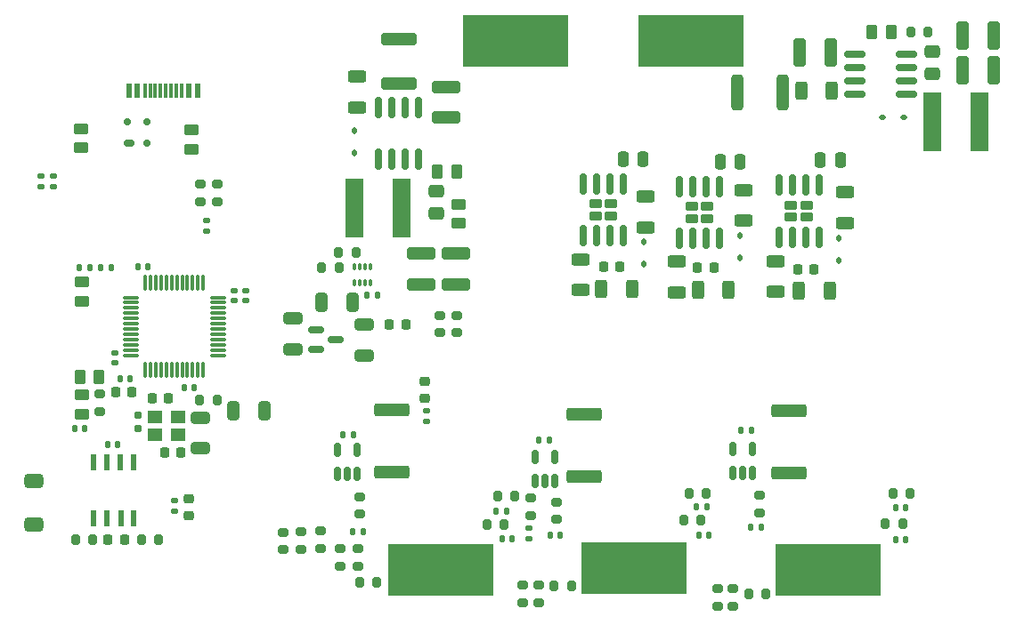
<source format=gtp>
G04 #@! TF.GenerationSoftware,KiCad,Pcbnew,8.0.4-8.0.4-0~ubuntu22.04.1*
G04 #@! TF.CreationDate,2024-08-24T23:14:06+02:00*
G04 #@! TF.ProjectId,bldc_project,626c6463-5f70-4726-9f6a-6563742e6b69,rev?*
G04 #@! TF.SameCoordinates,Original*
G04 #@! TF.FileFunction,Paste,Top*
G04 #@! TF.FilePolarity,Positive*
%FSLAX46Y46*%
G04 Gerber Fmt 4.6, Leading zero omitted, Abs format (unit mm)*
G04 Created by KiCad (PCBNEW 8.0.4-8.0.4-0~ubuntu22.04.1) date 2024-08-24 23:14:06*
%MOMM*%
%LPD*%
G01*
G04 APERTURE LIST*
G04 Aperture macros list*
%AMRoundRect*
0 Rectangle with rounded corners*
0 $1 Rounding radius*
0 $2 $3 $4 $5 $6 $7 $8 $9 X,Y pos of 4 corners*
0 Add a 4 corners polygon primitive as box body*
4,1,4,$2,$3,$4,$5,$6,$7,$8,$9,$2,$3,0*
0 Add four circle primitives for the rounded corners*
1,1,$1+$1,$2,$3*
1,1,$1+$1,$4,$5*
1,1,$1+$1,$6,$7*
1,1,$1+$1,$8,$9*
0 Add four rect primitives between the rounded corners*
20,1,$1+$1,$2,$3,$4,$5,0*
20,1,$1+$1,$4,$5,$6,$7,0*
20,1,$1+$1,$6,$7,$8,$9,0*
20,1,$1+$1,$8,$9,$2,$3,0*%
G04 Aperture macros list end*
%ADD10RoundRect,0.225000X0.225000X0.250000X-0.225000X0.250000X-0.225000X-0.250000X0.225000X-0.250000X0*%
%ADD11RoundRect,0.200000X0.275000X-0.200000X0.275000X0.200000X-0.275000X0.200000X-0.275000X-0.200000X0*%
%ADD12RoundRect,0.140000X0.140000X0.170000X-0.140000X0.170000X-0.140000X-0.170000X0.140000X-0.170000X0*%
%ADD13RoundRect,0.112500X0.187500X0.112500X-0.187500X0.112500X-0.187500X-0.112500X0.187500X-0.112500X0*%
%ADD14R,0.600000X1.550000*%
%ADD15RoundRect,0.250000X1.425000X-0.362500X1.425000X0.362500X-1.425000X0.362500X-1.425000X-0.362500X0*%
%ADD16RoundRect,0.250000X-0.312500X-0.625000X0.312500X-0.625000X0.312500X0.625000X-0.312500X0.625000X0*%
%ADD17RoundRect,0.250000X-0.650000X0.325000X-0.650000X-0.325000X0.650000X-0.325000X0.650000X0.325000X0*%
%ADD18RoundRect,0.135000X-0.185000X0.135000X-0.185000X-0.135000X0.185000X-0.135000X0.185000X0.135000X0*%
%ADD19RoundRect,0.150000X0.150000X-0.512500X0.150000X0.512500X-0.150000X0.512500X-0.150000X-0.512500X0*%
%ADD20R,10.000000X5.000000*%
%ADD21RoundRect,0.250000X0.450000X-0.262500X0.450000X0.262500X-0.450000X0.262500X-0.450000X-0.262500X0*%
%ADD22RoundRect,0.200000X0.200000X0.275000X-0.200000X0.275000X-0.200000X-0.275000X0.200000X-0.275000X0*%
%ADD23RoundRect,0.218750X0.218750X0.256250X-0.218750X0.256250X-0.218750X-0.256250X0.218750X-0.256250X0*%
%ADD24RoundRect,0.200000X-0.275000X0.200000X-0.275000X-0.200000X0.275000X-0.200000X0.275000X0.200000X0*%
%ADD25RoundRect,0.200000X-0.200000X-0.275000X0.200000X-0.275000X0.200000X0.275000X-0.200000X0.275000X0*%
%ADD26RoundRect,0.250000X-0.625000X0.312500X-0.625000X-0.312500X0.625000X-0.312500X0.625000X0.312500X0*%
%ADD27RoundRect,0.050000X-0.100000X0.285000X-0.100000X-0.285000X0.100000X-0.285000X0.100000X0.285000X0*%
%ADD28RoundRect,0.218750X-0.256250X0.218750X-0.256250X-0.218750X0.256250X-0.218750X0.256250X0.218750X0*%
%ADD29RoundRect,0.112500X0.112500X-0.187500X0.112500X0.187500X-0.112500X0.187500X-0.112500X-0.187500X0*%
%ADD30RoundRect,0.140000X-0.140000X-0.170000X0.140000X-0.170000X0.140000X0.170000X-0.140000X0.170000X0*%
%ADD31RoundRect,0.225000X-0.225000X-0.250000X0.225000X-0.250000X0.225000X0.250000X-0.225000X0.250000X0*%
%ADD32RoundRect,0.250000X0.325000X0.650000X-0.325000X0.650000X-0.325000X-0.650000X0.325000X-0.650000X0*%
%ADD33RoundRect,0.250000X1.450000X-0.312500X1.450000X0.312500X-1.450000X0.312500X-1.450000X-0.312500X0*%
%ADD34RoundRect,0.250000X-0.250000X-0.475000X0.250000X-0.475000X0.250000X0.475000X-0.250000X0.475000X0*%
%ADD35RoundRect,0.150000X0.825000X0.150000X-0.825000X0.150000X-0.825000X-0.150000X0.825000X-0.150000X0*%
%ADD36RoundRect,0.230000X-0.375000X0.230000X-0.375000X-0.230000X0.375000X-0.230000X0.375000X0.230000X0*%
%ADD37RoundRect,0.150000X-0.150000X0.825000X-0.150000X-0.825000X0.150000X-0.825000X0.150000X0.825000X0*%
%ADD38RoundRect,0.250000X1.100000X-0.325000X1.100000X0.325000X-1.100000X0.325000X-1.100000X-0.325000X0*%
%ADD39R,0.600000X1.450000*%
%ADD40R,0.300000X1.450000*%
%ADD41RoundRect,0.250000X0.325000X1.100000X-0.325000X1.100000X-0.325000X-1.100000X0.325000X-1.100000X0*%
%ADD42RoundRect,0.250000X-0.325000X-0.650000X0.325000X-0.650000X0.325000X0.650000X-0.325000X0.650000X0*%
%ADD43RoundRect,0.250000X0.312500X1.450000X-0.312500X1.450000X-0.312500X-1.450000X0.312500X-1.450000X0*%
%ADD44RoundRect,0.250000X0.262500X0.450000X-0.262500X0.450000X-0.262500X-0.450000X0.262500X-0.450000X0*%
%ADD45RoundRect,0.075000X0.075000X-0.662500X0.075000X0.662500X-0.075000X0.662500X-0.075000X-0.662500X0*%
%ADD46RoundRect,0.075000X0.662500X-0.075000X0.662500X0.075000X-0.662500X0.075000X-0.662500X-0.075000X0*%
%ADD47RoundRect,0.160000X-0.160000X0.197500X-0.160000X-0.197500X0.160000X-0.197500X0.160000X0.197500X0*%
%ADD48RoundRect,0.250000X-1.100000X0.325000X-1.100000X-0.325000X1.100000X-0.325000X1.100000X0.325000X0*%
%ADD49RoundRect,0.150000X0.150000X-0.825000X0.150000X0.825000X-0.150000X0.825000X-0.150000X-0.825000X0*%
%ADD50RoundRect,0.135000X0.135000X0.185000X-0.135000X0.185000X-0.135000X-0.185000X0.135000X-0.185000X0*%
%ADD51RoundRect,0.250000X-0.325000X-1.100000X0.325000X-1.100000X0.325000X1.100000X-0.325000X1.100000X0*%
%ADD52RoundRect,0.175000X0.325000X-0.175000X0.325000X0.175000X-0.325000X0.175000X-0.325000X-0.175000X0*%
%ADD53RoundRect,0.150000X0.150000X-0.200000X0.150000X0.200000X-0.150000X0.200000X-0.150000X-0.200000X0*%
%ADD54R,1.400000X1.200000*%
%ADD55RoundRect,0.140000X0.170000X-0.140000X0.170000X0.140000X-0.170000X0.140000X-0.170000X-0.140000X0*%
%ADD56RoundRect,0.150000X-0.587500X-0.150000X0.587500X-0.150000X0.587500X0.150000X-0.587500X0.150000X0*%
%ADD57RoundRect,0.337500X-0.562500X0.337500X-0.562500X-0.337500X0.562500X-0.337500X0.562500X0.337500X0*%
%ADD58R,1.700000X5.700000*%
%ADD59RoundRect,0.140000X-0.170000X0.140000X-0.170000X-0.140000X0.170000X-0.140000X0.170000X0.140000X0*%
%ADD60RoundRect,0.250000X-0.450000X0.262500X-0.450000X-0.262500X0.450000X-0.262500X0.450000X0.262500X0*%
%ADD61RoundRect,0.250000X-0.475000X0.337500X-0.475000X-0.337500X0.475000X-0.337500X0.475000X0.337500X0*%
G04 APERTURE END LIST*
D10*
X55125000Y-117500000D03*
X53575000Y-117500000D03*
D11*
X52075000Y-119300000D03*
X52075000Y-117650000D03*
D12*
X61030000Y-117025000D03*
X60070000Y-117025000D03*
D13*
X128550000Y-91300000D03*
X126450000Y-91300000D03*
D14*
X55285000Y-124125000D03*
X54015000Y-124125000D03*
X52745000Y-124125000D03*
X51475000Y-124125000D03*
X51475000Y-129525000D03*
X52745000Y-129525000D03*
X54080000Y-129525000D03*
X55285000Y-129525000D03*
D15*
X79800000Y-125075000D03*
X79800000Y-119150000D03*
D16*
X118537500Y-107800000D03*
X121462500Y-107800000D03*
D17*
X61650000Y-119875000D03*
X61650000Y-122825000D03*
D18*
X83100000Y-119240000D03*
X83100000Y-120260000D03*
D19*
X93427500Y-125910000D03*
X94377500Y-125910000D03*
X95327500Y-125910000D03*
X95327500Y-123635000D03*
X93427500Y-123635000D03*
D20*
X84500000Y-134400000D03*
D21*
X50350000Y-119562500D03*
X50350000Y-117737500D03*
D22*
X91525000Y-127400000D03*
X89875000Y-127400000D03*
D23*
X81187500Y-111000000D03*
X79612500Y-111000000D03*
D24*
X86000000Y-110175000D03*
X86000000Y-111825000D03*
D25*
X129175000Y-83200000D03*
X130825000Y-83200000D03*
D11*
X93800000Y-137525000D03*
X93800000Y-135875000D03*
D26*
X97800000Y-104837500D03*
X97800000Y-107762500D03*
D16*
X99737500Y-107600000D03*
X102662500Y-107600000D03*
D27*
X77812500Y-105545000D03*
X77312500Y-105545000D03*
X76812500Y-105545000D03*
X76312500Y-105545000D03*
X76312500Y-107025000D03*
X76812500Y-107025000D03*
X77312500Y-107025000D03*
X77812500Y-107025000D03*
D15*
X117600000Y-125200000D03*
X117600000Y-119275000D03*
D25*
X95275000Y-135900000D03*
X96925000Y-135900000D03*
D28*
X60550000Y-127662500D03*
X60550000Y-129237500D03*
D24*
X76600000Y-132375000D03*
X76600000Y-134025000D03*
D29*
X103800000Y-105250000D03*
X103800000Y-103150000D03*
D30*
X89777500Y-128817500D03*
X90737500Y-128817500D03*
D20*
X121362500Y-134435000D03*
D25*
X127475000Y-127137500D03*
X129125000Y-127137500D03*
D31*
X52850000Y-131475000D03*
X54400000Y-131475000D03*
D30*
X75200000Y-121492500D03*
X76160000Y-121492500D03*
D22*
X74812500Y-105645000D03*
X73162500Y-105645000D03*
D30*
X90297500Y-131400000D03*
X91257500Y-131400000D03*
D32*
X76100000Y-108900000D03*
X73150000Y-108900000D03*
D24*
X114762500Y-127285000D03*
X114762500Y-128935000D03*
D22*
X57675000Y-131475000D03*
X56025000Y-131475000D03*
D18*
X92900000Y-130400000D03*
X92900000Y-131420000D03*
D30*
X109020000Y-131100000D03*
X109980000Y-131100000D03*
D33*
X80536000Y-88111500D03*
X80536000Y-83836500D03*
D17*
X77200000Y-111000000D03*
X77200000Y-113950000D03*
D34*
X111050000Y-95500000D03*
X112950000Y-95500000D03*
D24*
X92300000Y-135875000D03*
X92300000Y-137525000D03*
D35*
X128800000Y-89100000D03*
X128800000Y-87830000D03*
X128800000Y-86560000D03*
X128800000Y-85290000D03*
X123850000Y-85290000D03*
X123850000Y-86560000D03*
X123850000Y-87830000D03*
X123850000Y-89100000D03*
D12*
X77082500Y-130717500D03*
X76122500Y-130717500D03*
X50655000Y-120925000D03*
X49695000Y-120925000D03*
D24*
X84400000Y-110175000D03*
X84400000Y-111825000D03*
D25*
X61575000Y-118250000D03*
X63225000Y-118250000D03*
D36*
X100690000Y-99522500D03*
X99190000Y-99522500D03*
X100690000Y-100662500D03*
X99190000Y-100662500D03*
D37*
X101845000Y-97617500D03*
X100575000Y-97617500D03*
X99305000Y-97617500D03*
X98035000Y-97617500D03*
X98035000Y-102567500D03*
X99305000Y-102567500D03*
X100575000Y-102567500D03*
X101845000Y-102567500D03*
D24*
X76802500Y-127417500D03*
X76802500Y-129067500D03*
D20*
X91600000Y-84000000D03*
D38*
X85900000Y-107175000D03*
X85900000Y-104225000D03*
D39*
X61350000Y-88745000D03*
X60550000Y-88745000D03*
D40*
X59350000Y-88745000D03*
X58350000Y-88745000D03*
X57850000Y-88745000D03*
X56850000Y-88745000D03*
D39*
X55650000Y-88745000D03*
X54850000Y-88745000D03*
X54850000Y-88745000D03*
X55650000Y-88745000D03*
D40*
X56350000Y-88745000D03*
X57350000Y-88745000D03*
X58850000Y-88745000D03*
X59850000Y-88745000D03*
D39*
X60550000Y-88745000D03*
X61350000Y-88745000D03*
D25*
X76775000Y-135600000D03*
X78425000Y-135600000D03*
D41*
X121600000Y-85150000D03*
X118650000Y-85150000D03*
D42*
X64775000Y-119275000D03*
X67725000Y-119275000D03*
D19*
X74667500Y-125255000D03*
X75617500Y-125255000D03*
X76567500Y-125255000D03*
X76567500Y-122980000D03*
X74667500Y-122980000D03*
D43*
X117000000Y-88900000D03*
X112725000Y-88900000D03*
D26*
X113300000Y-98237500D03*
X113300000Y-101162500D03*
D25*
X126775000Y-130000000D03*
X128425000Y-130000000D03*
D44*
X86012500Y-96500000D03*
X84187500Y-96500000D03*
D45*
X56400000Y-115362500D03*
X56900000Y-115362500D03*
X57400000Y-115362500D03*
X57900000Y-115362500D03*
X58400000Y-115362500D03*
X58900000Y-115362500D03*
X59400000Y-115362500D03*
X59900000Y-115362500D03*
X60400000Y-115362500D03*
X60900000Y-115362500D03*
X61400000Y-115362500D03*
X61900000Y-115362500D03*
D46*
X63312500Y-113950000D03*
X63312500Y-113450000D03*
X63312500Y-112950000D03*
X63312500Y-112450000D03*
X63312500Y-111950000D03*
X63312500Y-111450000D03*
X63312500Y-110950000D03*
X63312500Y-110450000D03*
X63312500Y-109950000D03*
X63312500Y-109450000D03*
X63312500Y-108950000D03*
X63312500Y-108450000D03*
D45*
X61900000Y-107037500D03*
X61400000Y-107037500D03*
X60900000Y-107037500D03*
X60400000Y-107037500D03*
X59900000Y-107037500D03*
X59400000Y-107037500D03*
X58900000Y-107037500D03*
X58400000Y-107037500D03*
X57900000Y-107037500D03*
X57400000Y-107037500D03*
X56900000Y-107037500D03*
X56400000Y-107037500D03*
D46*
X54987500Y-108450000D03*
X54987500Y-108950000D03*
X54987500Y-109450000D03*
X54987500Y-109950000D03*
X54987500Y-110450000D03*
X54987500Y-110950000D03*
X54987500Y-111450000D03*
X54987500Y-111950000D03*
X54987500Y-112450000D03*
X54987500Y-112950000D03*
X54987500Y-113450000D03*
X54987500Y-113950000D03*
D21*
X50250000Y-94212500D03*
X50250000Y-92387500D03*
D44*
X127325000Y-83200000D03*
X125500000Y-83200000D03*
D11*
X73100000Y-132350000D03*
X73100000Y-130700000D03*
D24*
X95462500Y-127955000D03*
X95462500Y-129605000D03*
D11*
X71230000Y-132425000D03*
X71230000Y-130775000D03*
D10*
X101520000Y-105487500D03*
X99970000Y-105487500D03*
D24*
X63200000Y-97675000D03*
X63200000Y-99325000D03*
D11*
X112300000Y-137825000D03*
X112300000Y-136175000D03*
D12*
X128680000Y-131500000D03*
X127720000Y-131500000D03*
D47*
X55700000Y-119702500D03*
X55700000Y-120897500D03*
D30*
X113045000Y-121110000D03*
X114005000Y-121110000D03*
D44*
X52000000Y-116000000D03*
X50175000Y-116000000D03*
D48*
X85020000Y-88385000D03*
X85020000Y-91335000D03*
D49*
X78530000Y-95300000D03*
X79800000Y-95300000D03*
X81070000Y-95300000D03*
X82340000Y-95300000D03*
X82340000Y-90350000D03*
X81070000Y-90350000D03*
X79800000Y-90350000D03*
X78530000Y-90350000D03*
D26*
X116300000Y-105000000D03*
X116300000Y-107925000D03*
D50*
X53200000Y-105600000D03*
X52180000Y-105600000D03*
D51*
X134125000Y-83500000D03*
X137075000Y-83500000D03*
D22*
X51400000Y-131475000D03*
X49750000Y-131475000D03*
D10*
X59775000Y-123200000D03*
X58225000Y-123200000D03*
D29*
X122300000Y-104950000D03*
X122300000Y-102850000D03*
D34*
X120575000Y-95350000D03*
X122475000Y-95350000D03*
D30*
X94882500Y-131080000D03*
X95842500Y-131080000D03*
D18*
X62200000Y-101140000D03*
X62200000Y-102160000D03*
D20*
X108300000Y-84000000D03*
D52*
X54850000Y-93750000D03*
D53*
X56550000Y-93750000D03*
X56550000Y-91750000D03*
X54650000Y-91750000D03*
D10*
X110450000Y-105600000D03*
X108900000Y-105600000D03*
D30*
X108820000Y-128400000D03*
X109780000Y-128400000D03*
D18*
X59150000Y-127790000D03*
X59150000Y-128810000D03*
D10*
X119975000Y-105800000D03*
X118425000Y-105800000D03*
D26*
X76500000Y-87437500D03*
X76500000Y-90362500D03*
D54*
X59500000Y-119850000D03*
X57300000Y-119850000D03*
X57300000Y-121550000D03*
X59500000Y-121550000D03*
D26*
X106900000Y-105037500D03*
X106900000Y-107962500D03*
D12*
X54930000Y-116200000D03*
X53970000Y-116200000D03*
D55*
X53475000Y-114705000D03*
X53475000Y-113745000D03*
D56*
X72600000Y-111525000D03*
X72600000Y-113425000D03*
X74475000Y-112475000D03*
D57*
X45800000Y-125925000D03*
X45800000Y-130075000D03*
D25*
X88892500Y-130117500D03*
X90542500Y-130117500D03*
D28*
X83000000Y-116462500D03*
X83000000Y-118037500D03*
D58*
X80750000Y-99950000D03*
X76250000Y-99950000D03*
D34*
X101850000Y-95262500D03*
X103750000Y-95262500D03*
D29*
X76250000Y-94650000D03*
X76250000Y-92550000D03*
D21*
X60800000Y-94312500D03*
X60800000Y-92487500D03*
D58*
X135700000Y-91750000D03*
X131200000Y-91750000D03*
D31*
X57025000Y-118075000D03*
X58575000Y-118075000D03*
D59*
X46500000Y-96920000D03*
X46500000Y-97880000D03*
D30*
X93837500Y-122010000D03*
X94797500Y-122010000D03*
X52820000Y-122475000D03*
X53780000Y-122475000D03*
D60*
X50400000Y-106987500D03*
X50400000Y-108812500D03*
D50*
X78510000Y-108200000D03*
X77490000Y-108200000D03*
D59*
X64850000Y-107820000D03*
X64850000Y-108780000D03*
D18*
X47700000Y-96900000D03*
X47700000Y-97920000D03*
D61*
X131200000Y-85062500D03*
X131200000Y-87137500D03*
D36*
X109845000Y-99785000D03*
X108345000Y-99785000D03*
X109845000Y-100925000D03*
X108345000Y-100925000D03*
D37*
X111000000Y-97880000D03*
X109730000Y-97880000D03*
X108460000Y-97880000D03*
X107190000Y-97880000D03*
X107190000Y-102830000D03*
X108460000Y-102830000D03*
X109730000Y-102830000D03*
X111000000Y-102830000D03*
D50*
X51140000Y-105600000D03*
X50120000Y-105600000D03*
D30*
X55695000Y-105525000D03*
X56655000Y-105525000D03*
D22*
X109725000Y-127117500D03*
X108075000Y-127117500D03*
D60*
X86200000Y-99587500D03*
X86200000Y-101412500D03*
D19*
X112265000Y-125147500D03*
X113215000Y-125147500D03*
X114165000Y-125147500D03*
X114165000Y-122872500D03*
X112265000Y-122872500D03*
D59*
X65950000Y-107820000D03*
X65950000Y-108780000D03*
D11*
X74900000Y-134025000D03*
X74900000Y-132375000D03*
D12*
X114942500Y-130300000D03*
X113982500Y-130300000D03*
D15*
X98100000Y-125525000D03*
X98100000Y-119600000D03*
D48*
X82600000Y-104225000D03*
X82600000Y-107175000D03*
D29*
X112930000Y-104650000D03*
X112930000Y-102550000D03*
D36*
X119300000Y-99660000D03*
X117800000Y-99660000D03*
X119300000Y-100800000D03*
X117800000Y-100800000D03*
D37*
X120455000Y-97755000D03*
X119185000Y-97755000D03*
X117915000Y-97755000D03*
X116645000Y-97755000D03*
X116645000Y-102705000D03*
X117915000Y-102705000D03*
X119185000Y-102705000D03*
X120455000Y-102705000D03*
D41*
X137075000Y-86800000D03*
X134125000Y-86800000D03*
D16*
X108937500Y-107700000D03*
X111862500Y-107700000D03*
D22*
X76412500Y-104145000D03*
X74762500Y-104145000D03*
D11*
X61600000Y-99325000D03*
X61600000Y-97675000D03*
D30*
X127720000Y-128500000D03*
X128680000Y-128500000D03*
D11*
X69500000Y-132450000D03*
X69500000Y-130800000D03*
D24*
X110800000Y-136175000D03*
X110800000Y-137825000D03*
D20*
X102900000Y-134200000D03*
D11*
X93000000Y-129225000D03*
X93000000Y-127575000D03*
D61*
X84100000Y-98362500D03*
X84100000Y-100437500D03*
D16*
X118775000Y-88800000D03*
X121700000Y-88800000D03*
D26*
X122900000Y-98437500D03*
X122900000Y-101362500D03*
D25*
X107575000Y-129672500D03*
X109225000Y-129672500D03*
D26*
X104000000Y-98837500D03*
X104000000Y-101762500D03*
D17*
X70400000Y-110425000D03*
X70400000Y-113375000D03*
D25*
X113775000Y-136700000D03*
X115425000Y-136700000D03*
M02*

</source>
